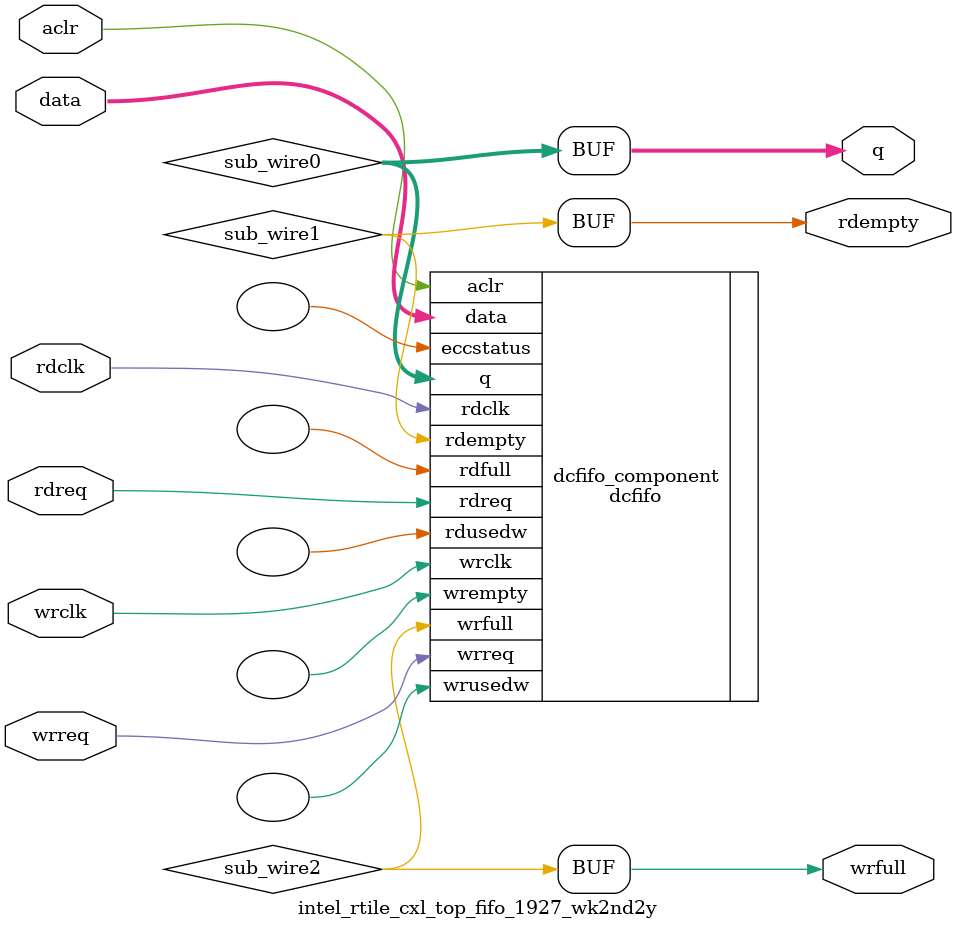
<source format=v>



`timescale 1 ps / 1 ps
// synopsys translate_on
module  intel_rtile_cxl_top_fifo_1927_wk2nd2y  (
    aclr,
    data,
    rdclk,
    rdreq,
    wrclk,
    wrreq,
    q,
    rdempty,
    wrfull);

    input    aclr;
    input  [143:0]  data;
    input    rdclk;
    input    rdreq;
    input    wrclk;
    input    wrreq;
    output [143:0]  q;
    output   rdempty;
    output   wrfull;
`ifndef ALTERA_RESERVED_QIS
// synopsys translate_off
`endif
    tri0     aclr;
`ifndef ALTERA_RESERVED_QIS
// synopsys translate_on
`endif

    wire [143:0] sub_wire0;
    wire  sub_wire1;
    wire  sub_wire2;
    wire [143:0] q = sub_wire0[143:0];
    wire  rdempty = sub_wire1;
    wire  wrfull = sub_wire2;

    dcfifo  dcfifo_component (
                .aclr (aclr),
                .data (data),
                .rdclk (rdclk),
                .rdreq (rdreq),
                .wrclk (wrclk),
                .wrreq (wrreq),
                .q (sub_wire0),
                .rdempty (sub_wire1),
                .wrfull (sub_wire2),
                .eccstatus (),
                .rdfull (),
                .rdusedw (),
                .wrempty (),
                .wrusedw ());
    defparam
        dcfifo_component.enable_ecc  = "FALSE",
        dcfifo_component.intended_device_family  = "Agilex 7",
        dcfifo_component.lpm_hint  = "DISABLE_DCFIFO_EMBEDDED_TIMING_CONSTRAINT=TRUE",
        dcfifo_component.lpm_numwords  = 8,
        dcfifo_component.lpm_showahead  = "ON",
        dcfifo_component.lpm_type  = "dcfifo",
        dcfifo_component.lpm_width  = 144,
        dcfifo_component.lpm_widthu  = 3,
        dcfifo_component.overflow_checking  = "ON",
        dcfifo_component.rdsync_delaypipe  = 5,
        dcfifo_component.read_aclr_synch  = "ON",
        dcfifo_component.underflow_checking  = "ON",
        dcfifo_component.use_eab  = "ON",
        dcfifo_component.write_aclr_synch  = "OFF",
        dcfifo_component.wrsync_delaypipe  = 5;


endmodule



</source>
